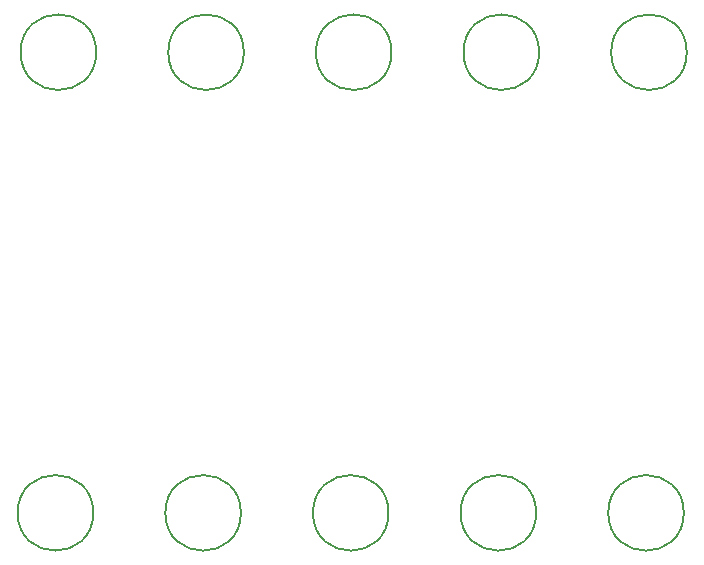
<source format=gbr>
G04 #@! TF.GenerationSoftware,KiCad,Pcbnew,(6.0.7)*
G04 #@! TF.CreationDate,2022-12-01T16:55:09-05:00*
G04 #@! TF.ProjectId,arm_panel,61726d5f-7061-46e6-956c-2e6b69636164,rev?*
G04 #@! TF.SameCoordinates,Original*
G04 #@! TF.FileFunction,Other,Comment*
%FSLAX46Y46*%
G04 Gerber Fmt 4.6, Leading zero omitted, Abs format (unit mm)*
G04 Created by KiCad (PCBNEW (6.0.7)) date 2022-12-01 16:55:09*
%MOMM*%
%LPD*%
G01*
G04 APERTURE LIST*
%ADD10C,0.150000*%
G04 APERTURE END LIST*
D10*
G04 #@! TO.C,H1*
X8200000Y-556000000D02*
G75*
G03*
X8200000Y-556000000I-3200000J0D01*
G01*
X33200000Y-556000000D02*
G75*
G03*
X33200000Y-556000000I-3200000J0D01*
G01*
G04 #@! TO.C,H2*
X45950000Y-517000000D02*
G75*
G03*
X45950000Y-517000000I-3200000J0D01*
G01*
G04 #@! TO.C,H1*
X58200000Y-556000000D02*
G75*
G03*
X58200000Y-556000000I-3200000J0D01*
G01*
X20700000Y-556000000D02*
G75*
G03*
X20700000Y-556000000I-3200000J0D01*
G01*
G04 #@! TO.C,H2*
X33450000Y-517000000D02*
G75*
G03*
X33450000Y-517000000I-3200000J0D01*
G01*
X58450000Y-517000000D02*
G75*
G03*
X58450000Y-517000000I-3200000J0D01*
G01*
X8450000Y-517000000D02*
G75*
G03*
X8450000Y-517000000I-3200000J0D01*
G01*
G04 #@! TO.C,H1*
X45700000Y-556000000D02*
G75*
G03*
X45700000Y-556000000I-3200000J0D01*
G01*
G04 #@! TO.C,H2*
X20950000Y-517000000D02*
G75*
G03*
X20950000Y-517000000I-3200000J0D01*
G01*
G04 #@! TD*
M02*

</source>
